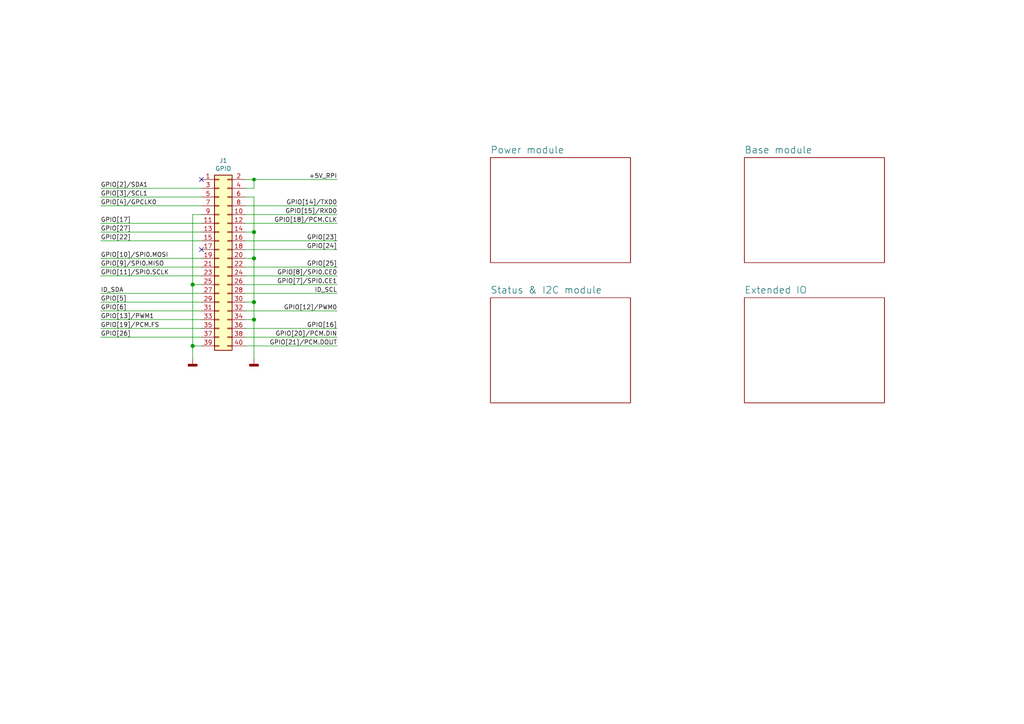
<source format=kicad_sch>
(kicad_sch (version 20211123) (generator eeschema)
  (paper "A4")
  (title_block (title "The Ulysses Board") (date "2022-09-01") (rev "1.2") (company "Dirk Gottschalk") (comment 2 "Schematics") (comment 3 "Draft") (comment 4 "EN") (comment 5 "Tech- dev.") (comment 6 "n/a") (comment 7 "Dirk Gottschalk"))
  (lib_symbols
    (symbol "Connector_Generic:Conn_02x20_Odd_Even" (pin_names (offset 1.016) hide)
      (property "Reference" "J" (at 1.27 25.4 0))
      (property "Value" "Conn_02x20_Odd_Even" (at 1.27 -27.94 0))
      (symbol "Conn_02x20_Odd_Even_1_1"
        (rectangle (start -1.27 -25.273) (end 0 -25.527) (stroke (width 0.1524)))
        (rectangle (start -1.27 -22.733) (end 0 -22.987) (stroke (width 0.1524)))
        (rectangle (start -1.27 -20.193) (end 0 -20.447) (stroke (width 0.1524)))
        (rectangle (start -1.27 -17.653) (end 0 -17.907) (stroke (width 0.1524)))
        (rectangle (start -1.27 -15.113) (end 0 -15.367) (stroke (width 0.1524)))
        (rectangle (start -1.27 -12.573) (end 0 -12.827) (stroke (width 0.1524)))
        (rectangle (start -1.27 -10.033) (end 0 -10.287) (stroke (width 0.1524)))
        (rectangle (start -1.27 -7.493) (end 0 -7.747) (stroke (width 0.1524)))
        (rectangle (start -1.27 -4.953) (end 0 -5.207) (stroke (width 0.1524)))
        (rectangle (start -1.27 -2.413) (end 0 -2.667) (stroke (width 0.1524)))
        (rectangle (start -1.27 0.127) (end 0 -0.127) (stroke (width 0.1524)))
        (rectangle (start -1.27 2.667) (end 0 2.413) (stroke (width 0.1524)))
        (rectangle (start -1.27 5.207) (end 0 4.953) (stroke (width 0.1524)))
        (rectangle (start -1.27 7.747) (end 0 7.493) (stroke (width 0.1524)))
        (rectangle (start -1.27 10.287) (end 0 10.033) (stroke (width 0.1524)))
        (rectangle (start -1.27 12.827) (end 0 12.573) (stroke (width 0.1524)))
        (rectangle (start -1.27 15.367) (end 0 15.113) (stroke (width 0.1524)))
        (rectangle (start -1.27 17.907) (end 0 17.653) (stroke (width 0.1524)))
        (rectangle (start -1.27 20.447) (end 0 20.193) (stroke (width 0.1524)))
        (rectangle (start -1.27 22.987) (end 0 22.733) (stroke (width 0.1524)))
        (rectangle (start -1.27 24.13) (end 3.81 -26.67) (stroke (width 0.254)) (fill (type background)))
        (rectangle (start 3.81 -25.273) (end 2.54 -25.527) (stroke (width 0.1524)))
        (rectangle (start 3.81 -22.733) (end 2.54 -22.987) (stroke (width 0.1524)))
        (rectangle (start 3.81 -20.193) (end 2.54 -20.447) (stroke (width 0.1524)))
        (rectangle (start 3.81 -17.653) (end 2.54 -17.907) (stroke (width 0.1524)))
        (rectangle (start 3.81 -15.113) (end 2.54 -15.367) (stroke (width 0.1524)))
        (rectangle (start 3.81 -12.573) (end 2.54 -12.827) (stroke (width 0.1524)))
        (rectangle (start 3.81 -10.033) (end 2.54 -10.287) (stroke (width 0.1524)))
        (rectangle (start 3.81 -7.493) (end 2.54 -7.747) (stroke (width 0.1524)))
        (rectangle (start 3.81 -4.953) (end 2.54 -5.207) (stroke (width 0.1524)))
        (rectangle (start 3.81 -2.413) (end 2.54 -2.667) (stroke (width 0.1524)))
        (rectangle (start 3.81 0.127) (end 2.54 -0.127) (stroke (width 0.1524)))
        (rectangle (start 3.81 2.667) (end 2.54 2.413) (stroke (width 0.1524)))
        (rectangle (start 3.81 5.207) (end 2.54 4.953) (stroke (width 0.1524)))
        (rectangle (start 3.81 7.747) (end 2.54 7.493) (stroke (width 0.1524)))
        (rectangle (start 3.81 10.287) (end 2.54 10.033) (stroke (width 0.1524)))
        (rectangle (start 3.81 12.827) (end 2.54 12.573) (stroke (width 0.1524)))
        (rectangle (start 3.81 15.367) (end 2.54 15.113) (stroke (width 0.1524)))
        (rectangle (start 3.81 17.907) (end 2.54 17.653) (stroke (width 0.1524)))
        (rectangle (start 3.81 20.447) (end 2.54 20.193) (stroke (width 0.1524)))
        (rectangle (start 3.81 22.987) (end 2.54 22.733) (stroke (width 0.1524)))
        (pin passive line (at -5.08 22.86 0) (length 3.81) (name "Pin_1") (number "1"))
        (pin passive line (at 7.62 12.7 180) (length 3.81) (name "Pin_10") (number "10"))
        (pin passive line (at -5.08 10.16 0) (length 3.81) (name "Pin_11") (number "11"))
        (pin passive line (at 7.62 10.16 180) (length 3.81) (name "Pin_12") (number "12"))
        (pin passive line (at -5.08 7.62 0) (length 3.81) (name "Pin_13") (number "13"))
        (pin passive line (at 7.62 7.62 180) (length 3.81) (name "Pin_14") (number "14"))
        (pin passive line (at -5.08 5.08 0) (length 3.81) (name "Pin_15") (number "15"))
        (pin passive line (at 7.62 5.08 180) (length 3.81) (name "Pin_16") (number "16"))
        (pin passive line (at -5.08 2.54 0) (length 3.81) (name "Pin_17") (number "17"))
        (pin passive line (at 7.62 2.54 180) (length 3.81) (name "Pin_18") (number "18"))
        (pin passive line (at -5.08 0 0) (length 3.81) (name "Pin_19") (number "19"))
        (pin passive line (at 7.62 22.86 180) (length 3.81) (name "Pin_2") (number "2"))
        (pin passive line (at 7.62 0 180) (length 3.81) (name "Pin_20") (number "20"))
        (pin passive line (at -5.08 -2.54 0) (length 3.81) (name "Pin_21") (number "21"))
        (pin passive line (at 7.62 -2.54 180) (length 3.81) (name "Pin_22") (number "22"))
        (pin passive line (at -5.08 -5.08 0) (length 3.81) (name "Pin_23") (number "23"))
        (pin passive line (at 7.62 -5.08 180) (length 3.81) (name "Pin_24") (number "24"))
        (pin passive line (at -5.08 -7.62 0) (length 3.81) (name "Pin_25") (number "25"))
        (pin passive line (at 7.62 -7.62 180) (length 3.81) (name "Pin_26") (number "26"))
        (pin passive line (at -5.08 -10.16 0) (length 3.81) (name "Pin_27") (number "27"))
        (pin passive line (at 7.62 -10.16 180) (length 3.81) (name "Pin_28") (number "28"))
        (pin passive line (at -5.08 -12.7 0) (length 3.81) (name "Pin_29") (number "29"))
        (pin passive line (at -5.08 20.32 0) (length 3.81) (name "Pin_3") (number "3"))
        (pin passive line (at 7.62 -12.7 180) (length 3.81) (name "Pin_30") (number "30"))
        (pin passive line (at -5.08 -15.24 0) (length 3.81) (name "Pin_31") (number "31"))
        (pin passive line (at 7.62 -15.24 180) (length 3.81) (name "Pin_32") (number "32"))
        (pin passive line (at -5.08 -17.78 0) (length 3.81) (name "Pin_33") (number "33"))
        (pin passive line (at 7.62 -17.78 180) (length 3.81) (name "Pin_34") (number "34"))
        (pin passive line (at -5.08 -20.32 0) (length 3.81) (name "Pin_35") (number "35"))
        (pin passive line (at 7.62 -20.32 180) (length 3.81) (name "Pin_36") (number "36"))
        (pin passive line (at -5.08 -22.86 0) (length 3.81) (name "Pin_37") (number "37"))
        (pin passive line (at 7.62 -22.86 180) (length 3.81) (name "Pin_38") (number "38"))
        (pin passive line (at -5.08 -25.4 0) (length 3.81) (name "Pin_39") (number "39"))
        (pin passive line (at 7.62 20.32 180) (length 3.81) (name "Pin_4") (number "4"))
        (pin passive line (at 7.62 -25.4 180) (length 3.81) (name "Pin_40") (number "40"))
        (pin passive line (at -5.08 17.78 0) (length 3.81) (name "Pin_5") (number "5"))
        (pin passive line (at 7.62 17.78 180) (length 3.81) (name "Pin_6") (number "6"))
        (pin passive line (at -5.08 15.24 0) (length 3.81) (name "Pin_7") (number "7"))
        (pin passive line (at 7.62 15.24 180) (length 3.81) (name "Pin_8") (number "8"))
        (pin passive line (at -5.08 12.7 0) (length 3.81) (name "Pin_9") (number "9"))
      )
    )
    (symbol "power:GNDD" (power) (pin_names (offset 0))
      (property "Value" "GNDD" (at 0 -3.175 0))
      (symbol "GNDD_0_1"
        (rectangle (start -1.27 -1.524) (end 1.27 -2.032) (stroke (width 0.254)) (fill (type outline)))
        (polyline (pts (xy 0 0) (xy 0 -1.524)))
      )
      (symbol "GNDD_1_1"
        (pin power_in line (at 0 0 270) (length 0) hide (name "GNDD") (number "1"))
      )
    )
  )
  (junction (at 73.66 67.31) (diameter 1.016))
  (junction (at 73.66 52.07))
  (junction (at 55.88 100.33) (diameter 1.016))
  (junction (at 55.88 82.55) (diameter 1.016))
  (junction (at 73.66 92.71) (diameter 1.016))
  (junction (at 73.66 87.63) (diameter 1.016))
  (junction (at 73.66 74.93) (diameter 1.016))
  (no_connect (at 58.42 52.07))
  (no_connect (at 58.42 72.39))
  (wire (pts (xy 55.88 82.55) (xy 55.88 100.33)))
  (wire (pts (xy 71.12 82.55) (xy 97.79 82.55)))
  (wire (pts (xy 58.42 64.77) (xy 29.21 64.77)))
  (wire (pts (xy 73.66 57.15) (xy 73.66 67.31)))
  (wire (pts (xy 73.66 74.93) (xy 71.12 74.93)))
  (wire (pts (xy 73.66 52.07) (xy 97.79 52.07)))
  (wire (pts (xy 73.66 87.63) (xy 73.66 92.71)))
  (wire (pts (xy 73.66 74.93) (xy 73.66 87.63)))
  (wire (pts (xy 71.12 59.69) (xy 97.79 59.69)))
  (wire (pts (xy 55.88 62.23) (xy 55.88 82.55)))
  (wire (pts (xy 55.88 62.23) (xy 58.42 62.23)))
  (wire (pts (xy 71.12 80.01) (xy 97.79 80.01)))
  (wire (pts (xy 58.42 85.09) (xy 29.21 85.09)))
  (wire (pts (xy 29.21 87.63) (xy 58.42 87.63)))
  (wire (pts (xy 55.88 82.55) (xy 58.42 82.55)))
  (wire (pts (xy 71.12 69.85) (xy 97.79 69.85)))
  (wire (pts (xy 71.12 100.33) (xy 97.79 100.33)))
  (wire (pts (xy 55.88 100.33) (xy 55.88 104.14)))
  (wire (pts (xy 29.21 67.31) (xy 58.42 67.31)))
  (wire (pts (xy 73.66 92.71) (xy 71.12 92.71)))
  (wire (pts (xy 29.21 57.15) (xy 58.42 57.15)))
  (wire (pts (xy 29.21 80.01) (xy 58.42 80.01)))
  (wire (pts (xy 58.42 54.61) (xy 29.21 54.61)))
  (wire (pts (xy 73.66 52.07) (xy 73.66 54.61)))
  (wire (pts (xy 73.66 67.31) (xy 73.66 74.93)))
  (wire (pts (xy 71.12 64.77) (xy 97.79 64.77)))
  (wire (pts (xy 73.66 67.31) (xy 71.12 67.31)))
  (wire (pts (xy 29.21 59.69) (xy 58.42 59.69)))
  (wire (pts (xy 73.66 52.07) (xy 71.12 52.07)))
  (wire (pts (xy 71.12 72.39) (xy 97.79 72.39)))
  (wire (pts (xy 71.12 62.23) (xy 97.79 62.23)))
  (wire (pts (xy 29.21 69.85) (xy 58.42 69.85)))
  (wire (pts (xy 29.21 77.47) (xy 58.42 77.47)))
  (wire (pts (xy 29.21 90.17) (xy 58.42 90.17)))
  (wire (pts (xy 73.66 54.61) (xy 71.12 54.61)))
  (wire (pts (xy 29.21 95.25) (xy 58.42 95.25)))
  (wire (pts (xy 71.12 95.25) (xy 97.79 95.25)))
  (wire (pts (xy 71.12 90.17) (xy 97.79 90.17)))
  (wire (pts (xy 55.88 100.33) (xy 58.42 100.33)))
  (wire (pts (xy 71.12 97.79) (xy 97.79 97.79)))
  (wire (pts (xy 73.66 57.15) (xy 71.12 57.15)))
  (wire (pts (xy 29.21 97.79) (xy 58.42 97.79)))
  (wire (pts (xy 73.66 92.71) (xy 73.66 104.14)))
  (wire (pts (xy 71.12 77.47) (xy 97.79 77.47)))
  (wire (pts (xy 58.42 92.71) (xy 29.21 92.71)))
  (wire (pts (xy 73.66 87.63) (xy 71.12 87.63)))
  (wire (pts (xy 58.42 74.93) (xy 29.21 74.93)))
  (wire (pts (xy 71.12 85.09) (xy 97.79 85.09)))
  (label "+5V_RPI" (at 97.79 52.07 180))
  (label "ID_SDA" (at 29.21 85.09 0))
  (label "GPIO[6]" (at 29.21 90.17 0))
  (label "ID_SCL" (at 97.79 85.09 180))
  (label "GPIO[5]" (at 29.21 87.63 0))
  (label "GPIO[21]{slash}PCM.DOUT" (at 97.79 100.33 180))
  (label "GPIO[19]{slash}PCM.FS" (at 29.21 95.25 0))
  (label "GPIO[10]{slash}SPI0.MOSI" (at 29.21 74.93 0))
  (label "GPIO[9]{slash}SPI0.MISO" (at 29.21 77.47 0))
  (label "GPIO[23]" (at 97.79 69.85 180))
  (label "GPIO[4]{slash}GPCLK0" (at 29.21 59.69 0))
  (label "GPIO[27]" (at 29.21 67.31 0))
  (label "GPIO[26]" (at 29.21 97.79 0))
  (label "GPIO[14]{slash}TXD0" (at 97.79 59.69 180))
  (label "GPIO[8]{slash}SPI0.CE0" (at 97.79 80.01 180))
  (label "GPIO[15]{slash}RXD0" (at 97.79 62.23 180))
  (label "GPIO[16]" (at 97.79 95.25 180))
  (label "GPIO[22]" (at 29.21 69.85 0))
  (label "GPIO[2]{slash}SDA1" (at 29.21 54.61 0))
  (label "GPIO[17]" (at 29.21 64.77 0))
  (label "GPIO[25]" (at 97.79 77.47 180))
  (label "GPIO[3]{slash}SCL1" (at 29.21 57.15 0))
  (label "GPIO[18]{slash}PCM.CLK" (at 97.79 64.77 180))
  (label "GPIO[12]{slash}PWM0" (at 97.79 90.17 180))
  (label "GPIO[13]{slash}PWM1" (at 29.21 92.71 0))
  (label "GPIO[20]{slash}PCM.DIN" (at 97.79 97.79 180))
  (label "GPIO[24]" (at 97.79 72.39 180))
  (label "GPIO[7]{slash}SPI0.CE1" (at 97.79 82.55 180))
  (label "GPIO[11]{slash}SPI0.SCLK" (at 29.21 80.01 0))
  (symbol (lib_id "Connector_Generic:Conn_02x20_Odd_Even") (at 63.5 74.93 0) (unit 1)
    (property "Reference" "J1" (at 64.77 46.5898 0))
    (property "Value" "GPIO" (at 64.77 48.895 0))
    (property "Footprint" "Connector_PinSocket_2.54mm:PinSocket_2x20_P2.54mm_Vertical" (effects hide))
  )
  (symbol (lib_id "power:GNDD") (at 73.66 104.14 0) (unit 1)
    (property "Reference" "#PWR02" (effects hide))
    (property "Value" "GNDD" (effects hide))
  )
  (symbol (lib_id "power:GNDD") (at 55.88 104.14 0) (unit 1)
    (property "Reference" "#PWR01" (effects hide))
    (property "Value" "GNDD" (effects hide))
  )
  (sheet (at 215.9 86.36) (size 40.64 30.48) (stroke (width 0.1524))
    (property "Sheet name" "Extended IO" (at 215.9 85.2834 0) (effects (font (size 2 2)) (justify left bottom)))
    (property "Sheet file" "ext_io.kicad_sch" (effects hide))
  )
  (sheet (at 215.9 45.72) (size 40.64 30.48) (stroke (width 0.1524))
    (property "Sheet name" "Base module" (at 215.9 44.6434 0) (effects (font (size 2 2)) (justify left bottom)))
    (property "Sheet file" "base_mod.kicad_sch" (effects hide))
  )
  (sheet (at 142.24 86.36) (size 40.64 30.48) (stroke (width 0.1524))
    (property "Sheet name" "Status & I2C module" (at 142.24 85.2834 0) (effects (font (size 2 2)) (justify left bottom)))
    (property "Sheet file" "untitled.kicad_sch" (effects hide))
  )
  (sheet (at 142.24 45.72) (size 40.64 30.48) (stroke (width 0.1524))
    (property "Sheet name" "Power module" (at 142.24 44.6434 0) (effects (font (size 2 2)) (justify left bottom)))
    (property "Sheet file" "pwr_reg.kicad_sch" (effects hide))
  )
)
</source>
